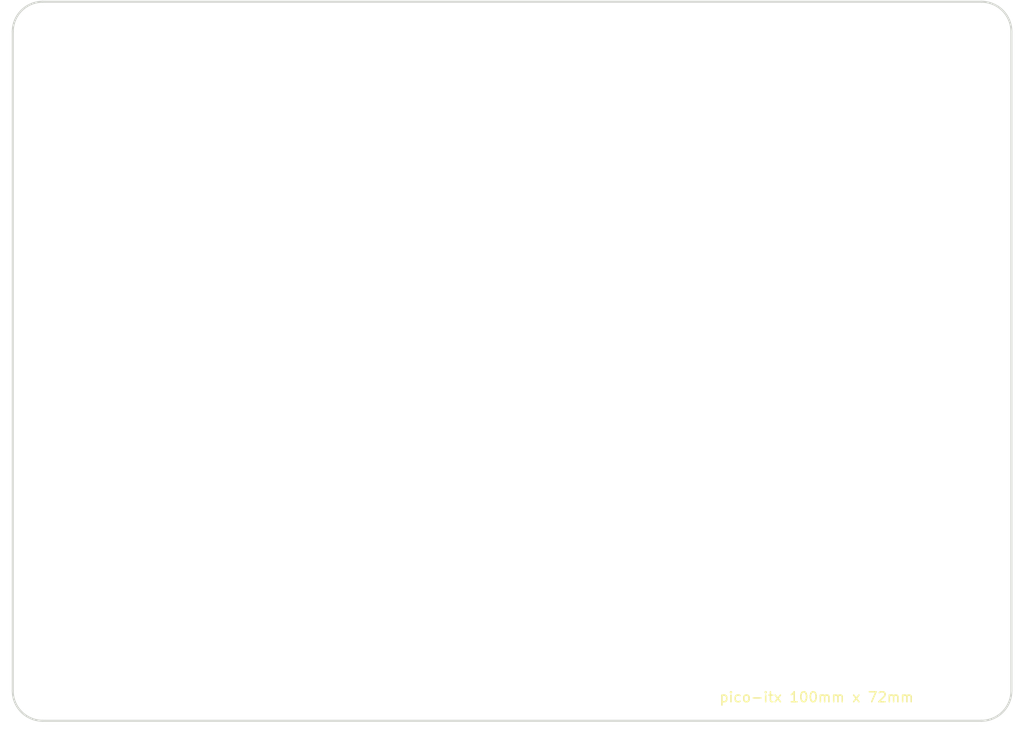
<source format=kicad_pcb>
(kicad_pcb (version 20171130) (host pcbnew 5.1.5-52549c5~84~ubuntu18.04.1)

  (general
    (thickness 1.6)
    (drawings 9)
    (tracks 0)
    (zones 0)
    (modules 4)
    (nets 1)
  )

  (page User 139.7 215.9)
  (layers
    (0 F.Cu signal)
    (31 B.Cu signal)
    (32 B.Adhes user)
    (33 F.Adhes user)
    (34 B.Paste user)
    (35 F.Paste user)
    (36 B.SilkS user)
    (37 F.SilkS user)
    (38 B.Mask user)
    (39 F.Mask user)
    (40 Dwgs.User user)
    (41 Cmts.User user)
    (42 Eco1.User user)
    (43 Eco2.User user)
    (44 Edge.Cuts user)
    (45 Margin user)
    (46 B.CrtYd user)
    (47 F.CrtYd user)
    (48 B.Fab user)
    (49 F.Fab user)
  )

  (setup
    (last_trace_width 0.25)
    (trace_clearance 0.2)
    (zone_clearance 0.508)
    (zone_45_only no)
    (trace_min 0.2)
    (via_size 0.8)
    (via_drill 0.4)
    (via_min_size 0.4)
    (via_min_drill 0.3)
    (uvia_size 0.3)
    (uvia_drill 0.1)
    (uvias_allowed no)
    (uvia_min_size 0.2)
    (uvia_min_drill 0.1)
    (edge_width 0.05)
    (segment_width 0.2)
    (pcb_text_width 0.3)
    (pcb_text_size 1.5 1.5)
    (mod_edge_width 0.12)
    (mod_text_size 1 1)
    (mod_text_width 0.15)
    (pad_size 1.524 1.524)
    (pad_drill 0.762)
    (pad_to_mask_clearance 0.051)
    (solder_mask_min_width 0.25)
    (aux_axis_origin 0 0)
    (visible_elements FFFFFF7F)
    (pcbplotparams
      (layerselection 0x010fc_ffffffff)
      (usegerberextensions false)
      (usegerberattributes false)
      (usegerberadvancedattributes false)
      (creategerberjobfile false)
      (excludeedgelayer true)
      (linewidth 1.000000)
      (plotframeref false)
      (viasonmask false)
      (mode 1)
      (useauxorigin false)
      (hpglpennumber 1)
      (hpglpenspeed 20)
      (hpglpendiameter 15.000000)
      (psnegative false)
      (psa4output false)
      (plotreference true)
      (plotvalue true)
      (plotinvisibletext false)
      (padsonsilk false)
      (subtractmaskfromsilk false)
      (outputformat 1)
      (mirror false)
      (drillshape 1)
      (scaleselection 1)
      (outputdirectory ""))
  )

  (net 0 "")

  (net_class Default "This is the default net class."
    (clearance 0.2)
    (trace_width 0.25)
    (via_dia 0.8)
    (via_drill 0.4)
    (uvia_dia 0.3)
    (uvia_drill 0.1)
  )

  (module footprint-lib:MountingHole_3.1mm_M3,rpi_like locked (layer F.Cu) (tedit 5E58DC9B) (tstamp 5E594677)
    (at 116.7 39.3)
    (descr "Mounting Hole 2.7mm, no annular, M2.5")
    (tags "mounting hole 2.7mm no annular m2.5")
    (attr virtual)
    (fp_text reference H4 (at 0 -3.7) (layer F.SilkS) hide
      (effects (font (size 1 1) (thickness 0.15)))
    )
    (fp_text value MOUNT_M3 (at 0 3.7) (layer F.Fab)
      (effects (font (size 1 1) (thickness 0.15)))
    )
    (fp_circle (center 0 0) (end 2.7 0) (layer Cmts.User) (width 0.15))
    (fp_circle (center 0 0) (end 2.95 0) (layer F.CrtYd) (width 0.05))
    (fp_circle (center 0 0) (end 1.905 0) (layer F.Mask) (width 1.2))
    (fp_circle (center 0 0) (end 1.905 0) (layer B.Mask) (width 1.2))
    (fp_text user %R (at 0.3 0) (layer F.Fab)
      (effects (font (size 1 1) (thickness 0.15)))
    )
    (pad "" np_thru_hole circle (at 0 0) (size 3.1 3.1) (drill 3.1) (layers *.Cu *.Mask)
      (solder_mask_margin 1.5) (clearance 1.5))
  )

  (module footprint-lib:MountingHole_3.1mm_M3,rpi_like locked (layer F.Cu) (tedit 5E58DC9B) (tstamp 5E594677)
    (at 116.7 105.7)
    (descr "Mounting Hole 2.7mm, no annular, M2.5")
    (tags "mounting hole 2.7mm no annular m2.5")
    (attr virtual)
    (fp_text reference H4 (at 0 -3.7) (layer F.SilkS) hide
      (effects (font (size 1 1) (thickness 0.15)))
    )
    (fp_text value MOUNT_M3 (at 0 3.7) (layer F.Fab)
      (effects (font (size 1 1) (thickness 0.15)))
    )
    (fp_circle (center 0 0) (end 2.7 0) (layer Cmts.User) (width 0.15))
    (fp_circle (center 0 0) (end 2.95 0) (layer F.CrtYd) (width 0.05))
    (fp_circle (center 0 0) (end 1.905 0) (layer F.Mask) (width 1.2))
    (fp_circle (center 0 0) (end 1.905 0) (layer B.Mask) (width 1.2))
    (fp_text user %R (at 0.3 0) (layer F.Fab)
      (effects (font (size 1 1) (thickness 0.15)))
    )
    (pad "" np_thru_hole circle (at 0 0) (size 3.1 3.1) (drill 3.1) (layers *.Cu *.Mask)
      (solder_mask_margin 1.5) (clearance 1.5))
  )

  (module footprint-lib:MountingHole_3.1mm_M3,rpi_like locked (layer F.Cu) (tedit 5E58DC9B) (tstamp 5E594663)
    (at 22.3 105.7)
    (descr "Mounting Hole 2.7mm, no annular, M2.5")
    (tags "mounting hole 2.7mm no annular m2.5")
    (attr virtual)
    (fp_text reference H4 (at 0 -3.7) (layer F.SilkS) hide
      (effects (font (size 1 1) (thickness 0.15)))
    )
    (fp_text value MOUNT_M3 (at 0 3.7) (layer F.Fab)
      (effects (font (size 1 1) (thickness 0.15)))
    )
    (fp_circle (center 0 0) (end 2.7 0) (layer Cmts.User) (width 0.15))
    (fp_circle (center 0 0) (end 2.95 0) (layer F.CrtYd) (width 0.05))
    (fp_circle (center 0 0) (end 1.905 0) (layer F.Mask) (width 1.2))
    (fp_circle (center 0 0) (end 1.905 0) (layer B.Mask) (width 1.2))
    (fp_text user %R (at 0.3 0) (layer F.Fab)
      (effects (font (size 1 1) (thickness 0.15)))
    )
    (pad "" np_thru_hole circle (at 0 0) (size 3.1 3.1) (drill 3.1) (layers *.Cu *.Mask)
      (solder_mask_margin 1.5) (clearance 1.5))
  )

  (module footprint-lib:MountingHole_3.1mm_M3,rpi_like (layer F.Cu) (tedit 5E58DC9B) (tstamp 5E594660)
    (at 22.3 39.3)
    (descr "Mounting Hole 2.7mm, no annular, M2.5")
    (tags "mounting hole 2.7mm no annular m2.5")
    (attr virtual)
    (fp_text reference H4 (at 0 -3.7) (layer F.SilkS) hide
      (effects (font (size 1 1) (thickness 0.15)))
    )
    (fp_text value MOUNT_M3 (at 0 3.7) (layer F.Fab)
      (effects (font (size 1 1) (thickness 0.15)))
    )
    (fp_circle (center 0 0) (end 2.7 0) (layer Cmts.User) (width 0.15))
    (fp_circle (center 0 0) (end 2.95 0) (layer F.CrtYd) (width 0.05))
    (fp_circle (center 0 0) (end 1.905 0) (layer F.Mask) (width 1.2))
    (fp_circle (center 0 0) (end 1.905 0) (layer B.Mask) (width 1.2))
    (fp_text user %R (at 0.3 0) (layer F.Fab)
      (effects (font (size 1 1) (thickness 0.15)))
    )
    (pad "" np_thru_hole circle (at 0 0) (size 3.1 3.1) (drill 3.1) (layers *.Cu *.Mask)
      (solder_mask_margin 1.5) (clearance 1.5))
  )

  (gr_arc (start 116.5 39.5) (end 119.499997 39.500001) (angle -90) (layer Edge.Cuts) (width 0.2) (tstamp 5E595953))
  (gr_arc (start 22.5 39.5) (end 22.500001 36.500003) (angle -90) (layer Edge.Cuts) (width 0.2) (tstamp 5E595953))
  (gr_arc (start 116.5 105.5) (end 116.5 108.5) (angle -90) (layer Edge.Cuts) (width 0.2) (tstamp 5E595953))
  (gr_arc (start 22.5 105.5) (end 19.5 105.5) (angle -90) (layer Edge.Cuts) (width 0.2))
  (gr_text "pico-itx 100mm x 72mm" (at 99.99 106.14) (layer F.SilkS)
    (effects (font (size 1 1) (thickness 0.15)))
  )
  (gr_line (start 116.500001 36.500003) (end 22.5 36.5) (layer Edge.Cuts) (width 0.2) (tstamp 5E58DA71))
  (gr_line (start 119.5 105.5) (end 119.5 39.5) (layer Edge.Cuts) (width 0.2))
  (gr_line (start 22.5 108.5) (end 116.5 108.5) (layer Edge.Cuts) (width 0.2))
  (gr_line (start 19.5 39.5) (end 19.5 105.5) (layer Edge.Cuts) (width 0.2))

)

</source>
